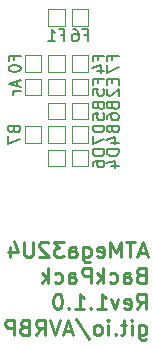
<source format=gbr>
G04 #@! TF.GenerationSoftware,KiCad,Pcbnew,(5.1.2)-2*
G04 #@! TF.CreationDate,2019-07-11T09:04:51+02:00*
G04 #@! TF.ProjectId,ATM32U4_backpack,41544d33-3255-4345-9f62-61636b706163,rev?*
G04 #@! TF.SameCoordinates,Original*
G04 #@! TF.FileFunction,Legend,Bot*
G04 #@! TF.FilePolarity,Positive*
%FSLAX46Y46*%
G04 Gerber Fmt 4.6, Leading zero omitted, Abs format (unit mm)*
G04 Created by KiCad (PCBNEW (5.1.2)-2) date 2019-07-11 09:04:51*
%MOMM*%
%LPD*%
G04 APERTURE LIST*
%ADD10C,0.250000*%
%ADD11C,0.120000*%
%ADD12C,0.150000*%
G04 APERTURE END LIST*
D10*
X46989880Y-112316666D02*
X46370833Y-112316666D01*
X47113690Y-112688095D02*
X46680357Y-111388095D01*
X46247023Y-112688095D01*
X45999404Y-111388095D02*
X45256547Y-111388095D01*
X45627976Y-112688095D02*
X45627976Y-111388095D01*
X44823214Y-112688095D02*
X44823214Y-111388095D01*
X44389880Y-112316666D01*
X43956547Y-111388095D01*
X43956547Y-112688095D01*
X42842261Y-112626190D02*
X42966071Y-112688095D01*
X43213690Y-112688095D01*
X43337500Y-112626190D01*
X43399404Y-112502380D01*
X43399404Y-112007142D01*
X43337500Y-111883333D01*
X43213690Y-111821428D01*
X42966071Y-111821428D01*
X42842261Y-111883333D01*
X42780357Y-112007142D01*
X42780357Y-112130952D01*
X43399404Y-112254761D01*
X41666071Y-111821428D02*
X41666071Y-112873809D01*
X41727976Y-112997619D01*
X41789880Y-113059523D01*
X41913690Y-113121428D01*
X42099404Y-113121428D01*
X42223214Y-113059523D01*
X41666071Y-112626190D02*
X41789880Y-112688095D01*
X42037500Y-112688095D01*
X42161309Y-112626190D01*
X42223214Y-112564285D01*
X42285119Y-112440476D01*
X42285119Y-112069047D01*
X42223214Y-111945238D01*
X42161309Y-111883333D01*
X42037500Y-111821428D01*
X41789880Y-111821428D01*
X41666071Y-111883333D01*
X40489880Y-112688095D02*
X40489880Y-112007142D01*
X40551785Y-111883333D01*
X40675595Y-111821428D01*
X40923214Y-111821428D01*
X41047023Y-111883333D01*
X40489880Y-112626190D02*
X40613690Y-112688095D01*
X40923214Y-112688095D01*
X41047023Y-112626190D01*
X41108928Y-112502380D01*
X41108928Y-112378571D01*
X41047023Y-112254761D01*
X40923214Y-112192857D01*
X40613690Y-112192857D01*
X40489880Y-112130952D01*
X39994642Y-111388095D02*
X39189880Y-111388095D01*
X39623214Y-111883333D01*
X39437500Y-111883333D01*
X39313690Y-111945238D01*
X39251785Y-112007142D01*
X39189880Y-112130952D01*
X39189880Y-112440476D01*
X39251785Y-112564285D01*
X39313690Y-112626190D01*
X39437500Y-112688095D01*
X39808928Y-112688095D01*
X39932738Y-112626190D01*
X39994642Y-112564285D01*
X38694642Y-111511904D02*
X38632738Y-111450000D01*
X38508928Y-111388095D01*
X38199404Y-111388095D01*
X38075595Y-111450000D01*
X38013690Y-111511904D01*
X37951785Y-111635714D01*
X37951785Y-111759523D01*
X38013690Y-111945238D01*
X38756547Y-112688095D01*
X37951785Y-112688095D01*
X37394642Y-111388095D02*
X37394642Y-112440476D01*
X37332738Y-112564285D01*
X37270833Y-112626190D01*
X37147023Y-112688095D01*
X36899404Y-112688095D01*
X36775595Y-112626190D01*
X36713690Y-112564285D01*
X36651785Y-112440476D01*
X36651785Y-111388095D01*
X35475595Y-111821428D02*
X35475595Y-112688095D01*
X35785119Y-111326190D02*
X36094642Y-112254761D01*
X35289880Y-112254761D01*
X46494642Y-114207142D02*
X46308928Y-114269047D01*
X46247023Y-114330952D01*
X46185119Y-114454761D01*
X46185119Y-114640476D01*
X46247023Y-114764285D01*
X46308928Y-114826190D01*
X46432738Y-114888095D01*
X46927976Y-114888095D01*
X46927976Y-113588095D01*
X46494642Y-113588095D01*
X46370833Y-113650000D01*
X46308928Y-113711904D01*
X46247023Y-113835714D01*
X46247023Y-113959523D01*
X46308928Y-114083333D01*
X46370833Y-114145238D01*
X46494642Y-114207142D01*
X46927976Y-114207142D01*
X45070833Y-114888095D02*
X45070833Y-114207142D01*
X45132738Y-114083333D01*
X45256547Y-114021428D01*
X45504166Y-114021428D01*
X45627976Y-114083333D01*
X45070833Y-114826190D02*
X45194642Y-114888095D01*
X45504166Y-114888095D01*
X45627976Y-114826190D01*
X45689880Y-114702380D01*
X45689880Y-114578571D01*
X45627976Y-114454761D01*
X45504166Y-114392857D01*
X45194642Y-114392857D01*
X45070833Y-114330952D01*
X43894642Y-114826190D02*
X44018452Y-114888095D01*
X44266071Y-114888095D01*
X44389880Y-114826190D01*
X44451785Y-114764285D01*
X44513690Y-114640476D01*
X44513690Y-114269047D01*
X44451785Y-114145238D01*
X44389880Y-114083333D01*
X44266071Y-114021428D01*
X44018452Y-114021428D01*
X43894642Y-114083333D01*
X43337500Y-114888095D02*
X43337500Y-113588095D01*
X43213690Y-114392857D02*
X42842261Y-114888095D01*
X42842261Y-114021428D02*
X43337500Y-114516666D01*
X42285119Y-114888095D02*
X42285119Y-113588095D01*
X41789880Y-113588095D01*
X41666071Y-113650000D01*
X41604166Y-113711904D01*
X41542261Y-113835714D01*
X41542261Y-114021428D01*
X41604166Y-114145238D01*
X41666071Y-114207142D01*
X41789880Y-114269047D01*
X42285119Y-114269047D01*
X40427976Y-114888095D02*
X40427976Y-114207142D01*
X40489880Y-114083333D01*
X40613690Y-114021428D01*
X40861309Y-114021428D01*
X40985119Y-114083333D01*
X40427976Y-114826190D02*
X40551785Y-114888095D01*
X40861309Y-114888095D01*
X40985119Y-114826190D01*
X41047023Y-114702380D01*
X41047023Y-114578571D01*
X40985119Y-114454761D01*
X40861309Y-114392857D01*
X40551785Y-114392857D01*
X40427976Y-114330952D01*
X39251785Y-114826190D02*
X39375595Y-114888095D01*
X39623214Y-114888095D01*
X39747023Y-114826190D01*
X39808928Y-114764285D01*
X39870833Y-114640476D01*
X39870833Y-114269047D01*
X39808928Y-114145238D01*
X39747023Y-114083333D01*
X39623214Y-114021428D01*
X39375595Y-114021428D01*
X39251785Y-114083333D01*
X38694642Y-114888095D02*
X38694642Y-113588095D01*
X38570833Y-114392857D02*
X38199404Y-114888095D01*
X38199404Y-114021428D02*
X38694642Y-114516666D01*
X46185119Y-117088095D02*
X46618452Y-116469047D01*
X46927976Y-117088095D02*
X46927976Y-115788095D01*
X46432738Y-115788095D01*
X46308928Y-115850000D01*
X46247023Y-115911904D01*
X46185119Y-116035714D01*
X46185119Y-116221428D01*
X46247023Y-116345238D01*
X46308928Y-116407142D01*
X46432738Y-116469047D01*
X46927976Y-116469047D01*
X45132738Y-117026190D02*
X45256547Y-117088095D01*
X45504166Y-117088095D01*
X45627976Y-117026190D01*
X45689880Y-116902380D01*
X45689880Y-116407142D01*
X45627976Y-116283333D01*
X45504166Y-116221428D01*
X45256547Y-116221428D01*
X45132738Y-116283333D01*
X45070833Y-116407142D01*
X45070833Y-116530952D01*
X45689880Y-116654761D01*
X44637500Y-116221428D02*
X44327976Y-117088095D01*
X44018452Y-116221428D01*
X42842261Y-117088095D02*
X43585119Y-117088095D01*
X43213690Y-117088095D02*
X43213690Y-115788095D01*
X43337500Y-115973809D01*
X43461309Y-116097619D01*
X43585119Y-116159523D01*
X42285119Y-116964285D02*
X42223214Y-117026190D01*
X42285119Y-117088095D01*
X42347023Y-117026190D01*
X42285119Y-116964285D01*
X42285119Y-117088095D01*
X40985119Y-117088095D02*
X41727976Y-117088095D01*
X41356547Y-117088095D02*
X41356547Y-115788095D01*
X41480357Y-115973809D01*
X41604166Y-116097619D01*
X41727976Y-116159523D01*
X40427976Y-116964285D02*
X40366071Y-117026190D01*
X40427976Y-117088095D01*
X40489880Y-117026190D01*
X40427976Y-116964285D01*
X40427976Y-117088095D01*
X39561309Y-115788095D02*
X39437500Y-115788095D01*
X39313690Y-115850000D01*
X39251785Y-115911904D01*
X39189880Y-116035714D01*
X39127976Y-116283333D01*
X39127976Y-116592857D01*
X39189880Y-116840476D01*
X39251785Y-116964285D01*
X39313690Y-117026190D01*
X39437500Y-117088095D01*
X39561309Y-117088095D01*
X39685119Y-117026190D01*
X39747023Y-116964285D01*
X39808928Y-116840476D01*
X39870833Y-116592857D01*
X39870833Y-116283333D01*
X39808928Y-116035714D01*
X39747023Y-115911904D01*
X39685119Y-115850000D01*
X39561309Y-115788095D01*
X46370833Y-118421428D02*
X46370833Y-119473809D01*
X46432738Y-119597619D01*
X46494642Y-119659523D01*
X46618452Y-119721428D01*
X46804166Y-119721428D01*
X46927976Y-119659523D01*
X46370833Y-119226190D02*
X46494642Y-119288095D01*
X46742261Y-119288095D01*
X46866071Y-119226190D01*
X46927976Y-119164285D01*
X46989880Y-119040476D01*
X46989880Y-118669047D01*
X46927976Y-118545238D01*
X46866071Y-118483333D01*
X46742261Y-118421428D01*
X46494642Y-118421428D01*
X46370833Y-118483333D01*
X45751785Y-119288095D02*
X45751785Y-118421428D01*
X45751785Y-117988095D02*
X45813690Y-118050000D01*
X45751785Y-118111904D01*
X45689880Y-118050000D01*
X45751785Y-117988095D01*
X45751785Y-118111904D01*
X45318452Y-118421428D02*
X44823214Y-118421428D01*
X45132738Y-117988095D02*
X45132738Y-119102380D01*
X45070833Y-119226190D01*
X44947023Y-119288095D01*
X44823214Y-119288095D01*
X44389880Y-119164285D02*
X44327976Y-119226190D01*
X44389880Y-119288095D01*
X44451785Y-119226190D01*
X44389880Y-119164285D01*
X44389880Y-119288095D01*
X43770833Y-119288095D02*
X43770833Y-118421428D01*
X43770833Y-117988095D02*
X43832738Y-118050000D01*
X43770833Y-118111904D01*
X43708928Y-118050000D01*
X43770833Y-117988095D01*
X43770833Y-118111904D01*
X42966071Y-119288095D02*
X43089880Y-119226190D01*
X43151785Y-119164285D01*
X43213690Y-119040476D01*
X43213690Y-118669047D01*
X43151785Y-118545238D01*
X43089880Y-118483333D01*
X42966071Y-118421428D01*
X42780357Y-118421428D01*
X42656547Y-118483333D01*
X42594642Y-118545238D01*
X42532738Y-118669047D01*
X42532738Y-119040476D01*
X42594642Y-119164285D01*
X42656547Y-119226190D01*
X42780357Y-119288095D01*
X42966071Y-119288095D01*
X41047023Y-117926190D02*
X42161309Y-119597619D01*
X40675595Y-118916666D02*
X40056547Y-118916666D01*
X40799404Y-119288095D02*
X40366071Y-117988095D01*
X39932738Y-119288095D01*
X39685119Y-117988095D02*
X39251785Y-119288095D01*
X38818452Y-117988095D01*
X37642261Y-119288095D02*
X38075595Y-118669047D01*
X38385119Y-119288095D02*
X38385119Y-117988095D01*
X37889880Y-117988095D01*
X37766071Y-118050000D01*
X37704166Y-118111904D01*
X37642261Y-118235714D01*
X37642261Y-118421428D01*
X37704166Y-118545238D01*
X37766071Y-118607142D01*
X37889880Y-118669047D01*
X38385119Y-118669047D01*
X36651785Y-118607142D02*
X36466071Y-118669047D01*
X36404166Y-118730952D01*
X36342261Y-118854761D01*
X36342261Y-119040476D01*
X36404166Y-119164285D01*
X36466071Y-119226190D01*
X36589880Y-119288095D01*
X37085119Y-119288095D01*
X37085119Y-117988095D01*
X36651785Y-117988095D01*
X36527976Y-118050000D01*
X36466071Y-118111904D01*
X36404166Y-118235714D01*
X36404166Y-118359523D01*
X36466071Y-118483333D01*
X36527976Y-118545238D01*
X36651785Y-118607142D01*
X37085119Y-118607142D01*
X35785119Y-119288095D02*
X35785119Y-117988095D01*
X35289880Y-117988095D01*
X35166071Y-118050000D01*
X35104166Y-118111904D01*
X35042261Y-118235714D01*
X35042261Y-118421428D01*
X35104166Y-118545238D01*
X35166071Y-118607142D01*
X35289880Y-118669047D01*
X35785119Y-118669047D01*
D11*
X42100000Y-93100000D02*
X42100000Y-91700000D01*
X40700000Y-93100000D02*
X42100000Y-93100000D01*
X40700000Y-91700000D02*
X40700000Y-93100000D01*
X42100000Y-91700000D02*
X40700000Y-91700000D01*
X42100000Y-103000000D02*
X42100000Y-101600000D01*
X40700000Y-103000000D02*
X42100000Y-103000000D01*
X40700000Y-101600000D02*
X40700000Y-103000000D01*
X42100000Y-101600000D02*
X40700000Y-101600000D01*
X38700000Y-99600000D02*
X38700000Y-101000000D01*
X38700000Y-101000000D02*
X40100000Y-101000000D01*
X40100000Y-101000000D02*
X40100000Y-99600000D01*
X40100000Y-99600000D02*
X38700000Y-99600000D01*
X38100000Y-99000000D02*
X38100000Y-97600000D01*
X38100000Y-97600000D02*
X36700000Y-97600000D01*
X36700000Y-97600000D02*
X36700000Y-99000000D01*
X36700000Y-99000000D02*
X38100000Y-99000000D01*
X42100000Y-99600000D02*
X40700000Y-99600000D01*
X42100000Y-101000000D02*
X42100000Y-99600000D01*
X40700000Y-101000000D02*
X42100000Y-101000000D01*
X40700000Y-99600000D02*
X40700000Y-101000000D01*
X38100000Y-103000000D02*
X38100000Y-101600000D01*
X38100000Y-101600000D02*
X36700000Y-101600000D01*
X36700000Y-101600000D02*
X36700000Y-103000000D01*
X36700000Y-103000000D02*
X38100000Y-103000000D01*
X40100000Y-103600000D02*
X38700000Y-103600000D01*
X40100000Y-105000000D02*
X40100000Y-103600000D01*
X38700000Y-105000000D02*
X40100000Y-105000000D01*
X38700000Y-103600000D02*
X38700000Y-105000000D01*
X38700000Y-101600000D02*
X38700000Y-103000000D01*
X38700000Y-103000000D02*
X40100000Y-103000000D01*
X40100000Y-103000000D02*
X40100000Y-101600000D01*
X40100000Y-101600000D02*
X38700000Y-101600000D01*
X40700000Y-103600000D02*
X40700000Y-105000000D01*
X40700000Y-105000000D02*
X42100000Y-105000000D01*
X42100000Y-105000000D02*
X42100000Y-103600000D01*
X42100000Y-103600000D02*
X40700000Y-103600000D01*
X42100000Y-97600000D02*
X40700000Y-97600000D01*
X42100000Y-99000000D02*
X42100000Y-97600000D01*
X40700000Y-99000000D02*
X42100000Y-99000000D01*
X40700000Y-97600000D02*
X40700000Y-99000000D01*
X38100000Y-95600000D02*
X36700000Y-95600000D01*
X36700000Y-95600000D02*
X36700000Y-97000000D01*
X36700000Y-97000000D02*
X38100000Y-97000000D01*
X38100000Y-97000000D02*
X38100000Y-95600000D01*
X40100000Y-93100000D02*
X40100000Y-91700000D01*
X38700000Y-93100000D02*
X40100000Y-93100000D01*
X38700000Y-91700000D02*
X38700000Y-93100000D01*
X40100000Y-91700000D02*
X38700000Y-91700000D01*
X40100000Y-95600000D02*
X38700000Y-95600000D01*
X38700000Y-95600000D02*
X38700000Y-97000000D01*
X38700000Y-97000000D02*
X40100000Y-97000000D01*
X40100000Y-97000000D02*
X40100000Y-95600000D01*
X40100000Y-97600000D02*
X38700000Y-97600000D01*
X38700000Y-97600000D02*
X38700000Y-99000000D01*
X38700000Y-99000000D02*
X40100000Y-99000000D01*
X40100000Y-99000000D02*
X40100000Y-97600000D01*
X42100000Y-95600000D02*
X40700000Y-95600000D01*
X40700000Y-95600000D02*
X40700000Y-97000000D01*
X40700000Y-97000000D02*
X42100000Y-97000000D01*
X42100000Y-97000000D02*
X42100000Y-95600000D01*
D12*
X41733333Y-93878571D02*
X42066666Y-93878571D01*
X42066666Y-94402380D02*
X42066666Y-93402380D01*
X41590476Y-93402380D01*
X40780952Y-93402380D02*
X40971428Y-93402380D01*
X41066666Y-93450000D01*
X41114285Y-93497619D01*
X41209523Y-93640476D01*
X41257142Y-93830952D01*
X41257142Y-94211904D01*
X41209523Y-94307142D01*
X41161904Y-94354761D01*
X41066666Y-94402380D01*
X40876190Y-94402380D01*
X40780952Y-94354761D01*
X40733333Y-94307142D01*
X40685714Y-94211904D01*
X40685714Y-93973809D01*
X40733333Y-93878571D01*
X40780952Y-93830952D01*
X40876190Y-93783333D01*
X41066666Y-93783333D01*
X41161904Y-93830952D01*
X41209523Y-93878571D01*
X41257142Y-93973809D01*
X44128571Y-101895238D02*
X44176190Y-102038095D01*
X44223809Y-102085714D01*
X44319047Y-102133333D01*
X44461904Y-102133333D01*
X44557142Y-102085714D01*
X44604761Y-102038095D01*
X44652380Y-101942857D01*
X44652380Y-101561904D01*
X43652380Y-101561904D01*
X43652380Y-101895238D01*
X43700000Y-101990476D01*
X43747619Y-102038095D01*
X43842857Y-102085714D01*
X43938095Y-102085714D01*
X44033333Y-102038095D01*
X44080952Y-101990476D01*
X44128571Y-101895238D01*
X44128571Y-101561904D01*
X43985714Y-102990476D02*
X44652380Y-102990476D01*
X43604761Y-102752380D02*
X44319047Y-102514285D01*
X44319047Y-103133333D01*
X42928571Y-99895238D02*
X42976190Y-100038095D01*
X43023809Y-100085714D01*
X43119047Y-100133333D01*
X43261904Y-100133333D01*
X43357142Y-100085714D01*
X43404761Y-100038095D01*
X43452380Y-99942857D01*
X43452380Y-99561904D01*
X42452380Y-99561904D01*
X42452380Y-99895238D01*
X42500000Y-99990476D01*
X42547619Y-100038095D01*
X42642857Y-100085714D01*
X42738095Y-100085714D01*
X42833333Y-100038095D01*
X42880952Y-99990476D01*
X42928571Y-99895238D01*
X42928571Y-99561904D01*
X42452380Y-101038095D02*
X42452380Y-100561904D01*
X42928571Y-100514285D01*
X42880952Y-100561904D01*
X42833333Y-100657142D01*
X42833333Y-100895238D01*
X42880952Y-100990476D01*
X42928571Y-101038095D01*
X43023809Y-101085714D01*
X43261904Y-101085714D01*
X43357142Y-101038095D01*
X43404761Y-100990476D01*
X43452380Y-100895238D01*
X43452380Y-100657142D01*
X43404761Y-100561904D01*
X43357142Y-100514285D01*
X36066666Y-97752380D02*
X36066666Y-98228571D01*
X36352380Y-97657142D02*
X35352380Y-97990476D01*
X36352380Y-98323809D01*
X36352380Y-98657142D02*
X35685714Y-98657142D01*
X35876190Y-98657142D02*
X35780952Y-98704761D01*
X35733333Y-98752380D01*
X35685714Y-98847619D01*
X35685714Y-98942857D01*
X44128571Y-99895238D02*
X44176190Y-100038095D01*
X44223809Y-100085714D01*
X44319047Y-100133333D01*
X44461904Y-100133333D01*
X44557142Y-100085714D01*
X44604761Y-100038095D01*
X44652380Y-99942857D01*
X44652380Y-99561904D01*
X43652380Y-99561904D01*
X43652380Y-99895238D01*
X43700000Y-99990476D01*
X43747619Y-100038095D01*
X43842857Y-100085714D01*
X43938095Y-100085714D01*
X44033333Y-100038095D01*
X44080952Y-99990476D01*
X44128571Y-99895238D01*
X44128571Y-99561904D01*
X43652380Y-100990476D02*
X43652380Y-100800000D01*
X43700000Y-100704761D01*
X43747619Y-100657142D01*
X43890476Y-100561904D01*
X44080952Y-100514285D01*
X44461904Y-100514285D01*
X44557142Y-100561904D01*
X44604761Y-100609523D01*
X44652380Y-100704761D01*
X44652380Y-100895238D01*
X44604761Y-100990476D01*
X44557142Y-101038095D01*
X44461904Y-101085714D01*
X44223809Y-101085714D01*
X44128571Y-101038095D01*
X44080952Y-100990476D01*
X44033333Y-100895238D01*
X44033333Y-100704761D01*
X44080952Y-100609523D01*
X44128571Y-100561904D01*
X44223809Y-100514285D01*
X35778571Y-101895238D02*
X35826190Y-102038095D01*
X35873809Y-102085714D01*
X35969047Y-102133333D01*
X36111904Y-102133333D01*
X36207142Y-102085714D01*
X36254761Y-102038095D01*
X36302380Y-101942857D01*
X36302380Y-101561904D01*
X35302380Y-101561904D01*
X35302380Y-101895238D01*
X35350000Y-101990476D01*
X35397619Y-102038095D01*
X35492857Y-102085714D01*
X35588095Y-102085714D01*
X35683333Y-102038095D01*
X35730952Y-101990476D01*
X35778571Y-101895238D01*
X35778571Y-101561904D01*
X35302380Y-102466666D02*
X35302380Y-103133333D01*
X36302380Y-102704761D01*
X43452380Y-103561904D02*
X42452380Y-103561904D01*
X42452380Y-103800000D01*
X42500000Y-103942857D01*
X42595238Y-104038095D01*
X42690476Y-104085714D01*
X42880952Y-104133333D01*
X43023809Y-104133333D01*
X43214285Y-104085714D01*
X43309523Y-104038095D01*
X43404761Y-103942857D01*
X43452380Y-103800000D01*
X43452380Y-103561904D01*
X42452380Y-104990476D02*
X42452380Y-104800000D01*
X42500000Y-104704761D01*
X42547619Y-104657142D01*
X42690476Y-104561904D01*
X42880952Y-104514285D01*
X43261904Y-104514285D01*
X43357142Y-104561904D01*
X43404761Y-104609523D01*
X43452380Y-104704761D01*
X43452380Y-104895238D01*
X43404761Y-104990476D01*
X43357142Y-105038095D01*
X43261904Y-105085714D01*
X43023809Y-105085714D01*
X42928571Y-105038095D01*
X42880952Y-104990476D01*
X42833333Y-104895238D01*
X42833333Y-104704761D01*
X42880952Y-104609523D01*
X42928571Y-104561904D01*
X43023809Y-104514285D01*
X43452380Y-101561904D02*
X42452380Y-101561904D01*
X42452380Y-101800000D01*
X42500000Y-101942857D01*
X42595238Y-102038095D01*
X42690476Y-102085714D01*
X42880952Y-102133333D01*
X43023809Y-102133333D01*
X43214285Y-102085714D01*
X43309523Y-102038095D01*
X43404761Y-101942857D01*
X43452380Y-101800000D01*
X43452380Y-101561904D01*
X42452380Y-102466666D02*
X42452380Y-103133333D01*
X43452380Y-102704761D01*
X44652380Y-103561904D02*
X43652380Y-103561904D01*
X43652380Y-103800000D01*
X43700000Y-103942857D01*
X43795238Y-104038095D01*
X43890476Y-104085714D01*
X44080952Y-104133333D01*
X44223809Y-104133333D01*
X44414285Y-104085714D01*
X44509523Y-104038095D01*
X44604761Y-103942857D01*
X44652380Y-103800000D01*
X44652380Y-103561904D01*
X43985714Y-104990476D02*
X44652380Y-104990476D01*
X43604761Y-104752380D02*
X44319047Y-104514285D01*
X44319047Y-105133333D01*
X44128571Y-97609523D02*
X44128571Y-97942857D01*
X44652380Y-98085714D02*
X44652380Y-97609523D01*
X43652380Y-97609523D01*
X43652380Y-98085714D01*
X43747619Y-98466666D02*
X43700000Y-98514285D01*
X43652380Y-98609523D01*
X43652380Y-98847619D01*
X43700000Y-98942857D01*
X43747619Y-98990476D01*
X43842857Y-99038095D01*
X43938095Y-99038095D01*
X44080952Y-98990476D01*
X44652380Y-98419047D01*
X44652380Y-99038095D01*
X35828571Y-95966666D02*
X35828571Y-95633333D01*
X36352380Y-95633333D02*
X35352380Y-95633333D01*
X35352380Y-96109523D01*
X35352380Y-96680952D02*
X35352380Y-96776190D01*
X35400000Y-96871428D01*
X35447619Y-96919047D01*
X35542857Y-96966666D01*
X35733333Y-97014285D01*
X35971428Y-97014285D01*
X36161904Y-96966666D01*
X36257142Y-96919047D01*
X36304761Y-96871428D01*
X36352380Y-96776190D01*
X36352380Y-96680952D01*
X36304761Y-96585714D01*
X36257142Y-96538095D01*
X36161904Y-96490476D01*
X35971428Y-96442857D01*
X35733333Y-96442857D01*
X35542857Y-96490476D01*
X35447619Y-96538095D01*
X35400000Y-96585714D01*
X35352380Y-96680952D01*
X39733333Y-93878571D02*
X40066666Y-93878571D01*
X40066666Y-94402380D02*
X40066666Y-93402380D01*
X39590476Y-93402380D01*
X38685714Y-94402380D02*
X39257142Y-94402380D01*
X38971428Y-94402380D02*
X38971428Y-93402380D01*
X39066666Y-93545238D01*
X39161904Y-93640476D01*
X39257142Y-93688095D01*
X42928571Y-95966666D02*
X42928571Y-95633333D01*
X43452380Y-95633333D02*
X42452380Y-95633333D01*
X42452380Y-96109523D01*
X42785714Y-96919047D02*
X43452380Y-96919047D01*
X42404761Y-96680952D02*
X43119047Y-96442857D01*
X43119047Y-97061904D01*
X42928571Y-97966666D02*
X42928571Y-97633333D01*
X43452380Y-97633333D02*
X42452380Y-97633333D01*
X42452380Y-98109523D01*
X42452380Y-98966666D02*
X42452380Y-98490476D01*
X42928571Y-98442857D01*
X42880952Y-98490476D01*
X42833333Y-98585714D01*
X42833333Y-98823809D01*
X42880952Y-98919047D01*
X42928571Y-98966666D01*
X43023809Y-99014285D01*
X43261904Y-99014285D01*
X43357142Y-98966666D01*
X43404761Y-98919047D01*
X43452380Y-98823809D01*
X43452380Y-98585714D01*
X43404761Y-98490476D01*
X43357142Y-98442857D01*
X44128571Y-95966666D02*
X44128571Y-95633333D01*
X44652380Y-95633333D02*
X43652380Y-95633333D01*
X43652380Y-96109523D01*
X43652380Y-96395238D02*
X43652380Y-97061904D01*
X44652380Y-96633333D01*
M02*

</source>
